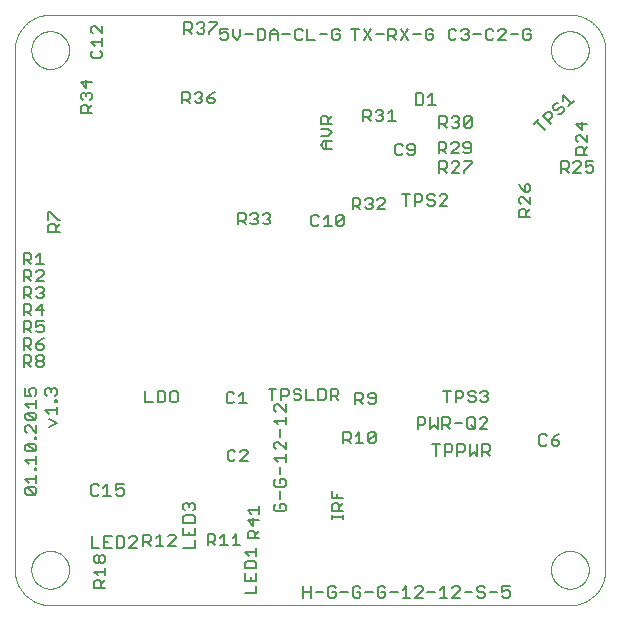
<source format=gto>
G75*
%MOIN*%
%OFA0B0*%
%FSLAX25Y25*%
%IPPOS*%
%LPD*%
%AMOC8*
5,1,8,0,0,1.08239X$1,22.5*
%
%ADD10C,0.00000*%
%ADD11C,0.00700*%
D10*
X0012796Y0013611D02*
X0012796Y0186839D01*
X0018308Y0186839D02*
X0018310Y0186997D01*
X0018316Y0187155D01*
X0018326Y0187313D01*
X0018340Y0187471D01*
X0018358Y0187628D01*
X0018379Y0187785D01*
X0018405Y0187941D01*
X0018435Y0188097D01*
X0018468Y0188252D01*
X0018506Y0188405D01*
X0018547Y0188558D01*
X0018592Y0188710D01*
X0018641Y0188861D01*
X0018694Y0189010D01*
X0018750Y0189158D01*
X0018810Y0189304D01*
X0018874Y0189449D01*
X0018942Y0189592D01*
X0019013Y0189734D01*
X0019087Y0189874D01*
X0019165Y0190011D01*
X0019247Y0190147D01*
X0019331Y0190281D01*
X0019420Y0190412D01*
X0019511Y0190541D01*
X0019606Y0190668D01*
X0019703Y0190793D01*
X0019804Y0190915D01*
X0019908Y0191034D01*
X0020015Y0191151D01*
X0020125Y0191265D01*
X0020238Y0191376D01*
X0020353Y0191485D01*
X0020471Y0191590D01*
X0020592Y0191692D01*
X0020715Y0191792D01*
X0020841Y0191888D01*
X0020969Y0191981D01*
X0021099Y0192071D01*
X0021232Y0192157D01*
X0021367Y0192241D01*
X0021503Y0192320D01*
X0021642Y0192397D01*
X0021783Y0192469D01*
X0021925Y0192539D01*
X0022069Y0192604D01*
X0022215Y0192666D01*
X0022362Y0192724D01*
X0022511Y0192779D01*
X0022661Y0192830D01*
X0022812Y0192877D01*
X0022964Y0192920D01*
X0023117Y0192959D01*
X0023272Y0192995D01*
X0023427Y0193026D01*
X0023583Y0193054D01*
X0023739Y0193078D01*
X0023896Y0193098D01*
X0024054Y0193114D01*
X0024211Y0193126D01*
X0024370Y0193134D01*
X0024528Y0193138D01*
X0024686Y0193138D01*
X0024844Y0193134D01*
X0025003Y0193126D01*
X0025160Y0193114D01*
X0025318Y0193098D01*
X0025475Y0193078D01*
X0025631Y0193054D01*
X0025787Y0193026D01*
X0025942Y0192995D01*
X0026097Y0192959D01*
X0026250Y0192920D01*
X0026402Y0192877D01*
X0026553Y0192830D01*
X0026703Y0192779D01*
X0026852Y0192724D01*
X0026999Y0192666D01*
X0027145Y0192604D01*
X0027289Y0192539D01*
X0027431Y0192469D01*
X0027572Y0192397D01*
X0027711Y0192320D01*
X0027847Y0192241D01*
X0027982Y0192157D01*
X0028115Y0192071D01*
X0028245Y0191981D01*
X0028373Y0191888D01*
X0028499Y0191792D01*
X0028622Y0191692D01*
X0028743Y0191590D01*
X0028861Y0191485D01*
X0028976Y0191376D01*
X0029089Y0191265D01*
X0029199Y0191151D01*
X0029306Y0191034D01*
X0029410Y0190915D01*
X0029511Y0190793D01*
X0029608Y0190668D01*
X0029703Y0190541D01*
X0029794Y0190412D01*
X0029883Y0190281D01*
X0029967Y0190147D01*
X0030049Y0190011D01*
X0030127Y0189874D01*
X0030201Y0189734D01*
X0030272Y0189592D01*
X0030340Y0189449D01*
X0030404Y0189304D01*
X0030464Y0189158D01*
X0030520Y0189010D01*
X0030573Y0188861D01*
X0030622Y0188710D01*
X0030667Y0188558D01*
X0030708Y0188405D01*
X0030746Y0188252D01*
X0030779Y0188097D01*
X0030809Y0187941D01*
X0030835Y0187785D01*
X0030856Y0187628D01*
X0030874Y0187471D01*
X0030888Y0187313D01*
X0030898Y0187155D01*
X0030904Y0186997D01*
X0030906Y0186839D01*
X0030904Y0186681D01*
X0030898Y0186523D01*
X0030888Y0186365D01*
X0030874Y0186207D01*
X0030856Y0186050D01*
X0030835Y0185893D01*
X0030809Y0185737D01*
X0030779Y0185581D01*
X0030746Y0185426D01*
X0030708Y0185273D01*
X0030667Y0185120D01*
X0030622Y0184968D01*
X0030573Y0184817D01*
X0030520Y0184668D01*
X0030464Y0184520D01*
X0030404Y0184374D01*
X0030340Y0184229D01*
X0030272Y0184086D01*
X0030201Y0183944D01*
X0030127Y0183804D01*
X0030049Y0183667D01*
X0029967Y0183531D01*
X0029883Y0183397D01*
X0029794Y0183266D01*
X0029703Y0183137D01*
X0029608Y0183010D01*
X0029511Y0182885D01*
X0029410Y0182763D01*
X0029306Y0182644D01*
X0029199Y0182527D01*
X0029089Y0182413D01*
X0028976Y0182302D01*
X0028861Y0182193D01*
X0028743Y0182088D01*
X0028622Y0181986D01*
X0028499Y0181886D01*
X0028373Y0181790D01*
X0028245Y0181697D01*
X0028115Y0181607D01*
X0027982Y0181521D01*
X0027847Y0181437D01*
X0027711Y0181358D01*
X0027572Y0181281D01*
X0027431Y0181209D01*
X0027289Y0181139D01*
X0027145Y0181074D01*
X0026999Y0181012D01*
X0026852Y0180954D01*
X0026703Y0180899D01*
X0026553Y0180848D01*
X0026402Y0180801D01*
X0026250Y0180758D01*
X0026097Y0180719D01*
X0025942Y0180683D01*
X0025787Y0180652D01*
X0025631Y0180624D01*
X0025475Y0180600D01*
X0025318Y0180580D01*
X0025160Y0180564D01*
X0025003Y0180552D01*
X0024844Y0180544D01*
X0024686Y0180540D01*
X0024528Y0180540D01*
X0024370Y0180544D01*
X0024211Y0180552D01*
X0024054Y0180564D01*
X0023896Y0180580D01*
X0023739Y0180600D01*
X0023583Y0180624D01*
X0023427Y0180652D01*
X0023272Y0180683D01*
X0023117Y0180719D01*
X0022964Y0180758D01*
X0022812Y0180801D01*
X0022661Y0180848D01*
X0022511Y0180899D01*
X0022362Y0180954D01*
X0022215Y0181012D01*
X0022069Y0181074D01*
X0021925Y0181139D01*
X0021783Y0181209D01*
X0021642Y0181281D01*
X0021503Y0181358D01*
X0021367Y0181437D01*
X0021232Y0181521D01*
X0021099Y0181607D01*
X0020969Y0181697D01*
X0020841Y0181790D01*
X0020715Y0181886D01*
X0020592Y0181986D01*
X0020471Y0182088D01*
X0020353Y0182193D01*
X0020238Y0182302D01*
X0020125Y0182413D01*
X0020015Y0182527D01*
X0019908Y0182644D01*
X0019804Y0182763D01*
X0019703Y0182885D01*
X0019606Y0183010D01*
X0019511Y0183137D01*
X0019420Y0183266D01*
X0019331Y0183397D01*
X0019247Y0183531D01*
X0019165Y0183667D01*
X0019087Y0183804D01*
X0019013Y0183944D01*
X0018942Y0184086D01*
X0018874Y0184229D01*
X0018810Y0184374D01*
X0018750Y0184520D01*
X0018694Y0184668D01*
X0018641Y0184817D01*
X0018592Y0184968D01*
X0018547Y0185120D01*
X0018506Y0185273D01*
X0018468Y0185426D01*
X0018435Y0185581D01*
X0018405Y0185737D01*
X0018379Y0185893D01*
X0018358Y0186050D01*
X0018340Y0186207D01*
X0018326Y0186365D01*
X0018316Y0186523D01*
X0018310Y0186681D01*
X0018308Y0186839D01*
X0012796Y0186839D02*
X0012799Y0187124D01*
X0012810Y0187410D01*
X0012827Y0187695D01*
X0012851Y0187979D01*
X0012882Y0188263D01*
X0012920Y0188546D01*
X0012965Y0188827D01*
X0013016Y0189108D01*
X0013074Y0189388D01*
X0013139Y0189666D01*
X0013211Y0189942D01*
X0013289Y0190216D01*
X0013374Y0190489D01*
X0013466Y0190759D01*
X0013564Y0191027D01*
X0013668Y0191293D01*
X0013779Y0191556D01*
X0013896Y0191816D01*
X0014019Y0192074D01*
X0014149Y0192328D01*
X0014285Y0192579D01*
X0014426Y0192827D01*
X0014574Y0193071D01*
X0014727Y0193312D01*
X0014887Y0193548D01*
X0015052Y0193781D01*
X0015222Y0194010D01*
X0015398Y0194235D01*
X0015580Y0194455D01*
X0015766Y0194671D01*
X0015958Y0194882D01*
X0016155Y0195089D01*
X0016357Y0195291D01*
X0016564Y0195488D01*
X0016775Y0195680D01*
X0016991Y0195866D01*
X0017211Y0196048D01*
X0017436Y0196224D01*
X0017665Y0196394D01*
X0017898Y0196559D01*
X0018134Y0196719D01*
X0018375Y0196872D01*
X0018619Y0197020D01*
X0018867Y0197161D01*
X0019118Y0197297D01*
X0019372Y0197427D01*
X0019630Y0197550D01*
X0019890Y0197667D01*
X0020153Y0197778D01*
X0020419Y0197882D01*
X0020687Y0197980D01*
X0020957Y0198072D01*
X0021230Y0198157D01*
X0021504Y0198235D01*
X0021780Y0198307D01*
X0022058Y0198372D01*
X0022338Y0198430D01*
X0022619Y0198481D01*
X0022900Y0198526D01*
X0023183Y0198564D01*
X0023467Y0198595D01*
X0023751Y0198619D01*
X0024036Y0198636D01*
X0024322Y0198647D01*
X0024607Y0198650D01*
X0197835Y0198650D01*
X0191536Y0186839D02*
X0191538Y0186997D01*
X0191544Y0187155D01*
X0191554Y0187313D01*
X0191568Y0187471D01*
X0191586Y0187628D01*
X0191607Y0187785D01*
X0191633Y0187941D01*
X0191663Y0188097D01*
X0191696Y0188252D01*
X0191734Y0188405D01*
X0191775Y0188558D01*
X0191820Y0188710D01*
X0191869Y0188861D01*
X0191922Y0189010D01*
X0191978Y0189158D01*
X0192038Y0189304D01*
X0192102Y0189449D01*
X0192170Y0189592D01*
X0192241Y0189734D01*
X0192315Y0189874D01*
X0192393Y0190011D01*
X0192475Y0190147D01*
X0192559Y0190281D01*
X0192648Y0190412D01*
X0192739Y0190541D01*
X0192834Y0190668D01*
X0192931Y0190793D01*
X0193032Y0190915D01*
X0193136Y0191034D01*
X0193243Y0191151D01*
X0193353Y0191265D01*
X0193466Y0191376D01*
X0193581Y0191485D01*
X0193699Y0191590D01*
X0193820Y0191692D01*
X0193943Y0191792D01*
X0194069Y0191888D01*
X0194197Y0191981D01*
X0194327Y0192071D01*
X0194460Y0192157D01*
X0194595Y0192241D01*
X0194731Y0192320D01*
X0194870Y0192397D01*
X0195011Y0192469D01*
X0195153Y0192539D01*
X0195297Y0192604D01*
X0195443Y0192666D01*
X0195590Y0192724D01*
X0195739Y0192779D01*
X0195889Y0192830D01*
X0196040Y0192877D01*
X0196192Y0192920D01*
X0196345Y0192959D01*
X0196500Y0192995D01*
X0196655Y0193026D01*
X0196811Y0193054D01*
X0196967Y0193078D01*
X0197124Y0193098D01*
X0197282Y0193114D01*
X0197439Y0193126D01*
X0197598Y0193134D01*
X0197756Y0193138D01*
X0197914Y0193138D01*
X0198072Y0193134D01*
X0198231Y0193126D01*
X0198388Y0193114D01*
X0198546Y0193098D01*
X0198703Y0193078D01*
X0198859Y0193054D01*
X0199015Y0193026D01*
X0199170Y0192995D01*
X0199325Y0192959D01*
X0199478Y0192920D01*
X0199630Y0192877D01*
X0199781Y0192830D01*
X0199931Y0192779D01*
X0200080Y0192724D01*
X0200227Y0192666D01*
X0200373Y0192604D01*
X0200517Y0192539D01*
X0200659Y0192469D01*
X0200800Y0192397D01*
X0200939Y0192320D01*
X0201075Y0192241D01*
X0201210Y0192157D01*
X0201343Y0192071D01*
X0201473Y0191981D01*
X0201601Y0191888D01*
X0201727Y0191792D01*
X0201850Y0191692D01*
X0201971Y0191590D01*
X0202089Y0191485D01*
X0202204Y0191376D01*
X0202317Y0191265D01*
X0202427Y0191151D01*
X0202534Y0191034D01*
X0202638Y0190915D01*
X0202739Y0190793D01*
X0202836Y0190668D01*
X0202931Y0190541D01*
X0203022Y0190412D01*
X0203111Y0190281D01*
X0203195Y0190147D01*
X0203277Y0190011D01*
X0203355Y0189874D01*
X0203429Y0189734D01*
X0203500Y0189592D01*
X0203568Y0189449D01*
X0203632Y0189304D01*
X0203692Y0189158D01*
X0203748Y0189010D01*
X0203801Y0188861D01*
X0203850Y0188710D01*
X0203895Y0188558D01*
X0203936Y0188405D01*
X0203974Y0188252D01*
X0204007Y0188097D01*
X0204037Y0187941D01*
X0204063Y0187785D01*
X0204084Y0187628D01*
X0204102Y0187471D01*
X0204116Y0187313D01*
X0204126Y0187155D01*
X0204132Y0186997D01*
X0204134Y0186839D01*
X0204132Y0186681D01*
X0204126Y0186523D01*
X0204116Y0186365D01*
X0204102Y0186207D01*
X0204084Y0186050D01*
X0204063Y0185893D01*
X0204037Y0185737D01*
X0204007Y0185581D01*
X0203974Y0185426D01*
X0203936Y0185273D01*
X0203895Y0185120D01*
X0203850Y0184968D01*
X0203801Y0184817D01*
X0203748Y0184668D01*
X0203692Y0184520D01*
X0203632Y0184374D01*
X0203568Y0184229D01*
X0203500Y0184086D01*
X0203429Y0183944D01*
X0203355Y0183804D01*
X0203277Y0183667D01*
X0203195Y0183531D01*
X0203111Y0183397D01*
X0203022Y0183266D01*
X0202931Y0183137D01*
X0202836Y0183010D01*
X0202739Y0182885D01*
X0202638Y0182763D01*
X0202534Y0182644D01*
X0202427Y0182527D01*
X0202317Y0182413D01*
X0202204Y0182302D01*
X0202089Y0182193D01*
X0201971Y0182088D01*
X0201850Y0181986D01*
X0201727Y0181886D01*
X0201601Y0181790D01*
X0201473Y0181697D01*
X0201343Y0181607D01*
X0201210Y0181521D01*
X0201075Y0181437D01*
X0200939Y0181358D01*
X0200800Y0181281D01*
X0200659Y0181209D01*
X0200517Y0181139D01*
X0200373Y0181074D01*
X0200227Y0181012D01*
X0200080Y0180954D01*
X0199931Y0180899D01*
X0199781Y0180848D01*
X0199630Y0180801D01*
X0199478Y0180758D01*
X0199325Y0180719D01*
X0199170Y0180683D01*
X0199015Y0180652D01*
X0198859Y0180624D01*
X0198703Y0180600D01*
X0198546Y0180580D01*
X0198388Y0180564D01*
X0198231Y0180552D01*
X0198072Y0180544D01*
X0197914Y0180540D01*
X0197756Y0180540D01*
X0197598Y0180544D01*
X0197439Y0180552D01*
X0197282Y0180564D01*
X0197124Y0180580D01*
X0196967Y0180600D01*
X0196811Y0180624D01*
X0196655Y0180652D01*
X0196500Y0180683D01*
X0196345Y0180719D01*
X0196192Y0180758D01*
X0196040Y0180801D01*
X0195889Y0180848D01*
X0195739Y0180899D01*
X0195590Y0180954D01*
X0195443Y0181012D01*
X0195297Y0181074D01*
X0195153Y0181139D01*
X0195011Y0181209D01*
X0194870Y0181281D01*
X0194731Y0181358D01*
X0194595Y0181437D01*
X0194460Y0181521D01*
X0194327Y0181607D01*
X0194197Y0181697D01*
X0194069Y0181790D01*
X0193943Y0181886D01*
X0193820Y0181986D01*
X0193699Y0182088D01*
X0193581Y0182193D01*
X0193466Y0182302D01*
X0193353Y0182413D01*
X0193243Y0182527D01*
X0193136Y0182644D01*
X0193032Y0182763D01*
X0192931Y0182885D01*
X0192834Y0183010D01*
X0192739Y0183137D01*
X0192648Y0183266D01*
X0192559Y0183397D01*
X0192475Y0183531D01*
X0192393Y0183667D01*
X0192315Y0183804D01*
X0192241Y0183944D01*
X0192170Y0184086D01*
X0192102Y0184229D01*
X0192038Y0184374D01*
X0191978Y0184520D01*
X0191922Y0184668D01*
X0191869Y0184817D01*
X0191820Y0184968D01*
X0191775Y0185120D01*
X0191734Y0185273D01*
X0191696Y0185426D01*
X0191663Y0185581D01*
X0191633Y0185737D01*
X0191607Y0185893D01*
X0191586Y0186050D01*
X0191568Y0186207D01*
X0191554Y0186365D01*
X0191544Y0186523D01*
X0191538Y0186681D01*
X0191536Y0186839D01*
X0197835Y0198650D02*
X0198120Y0198647D01*
X0198406Y0198636D01*
X0198691Y0198619D01*
X0198975Y0198595D01*
X0199259Y0198564D01*
X0199542Y0198526D01*
X0199823Y0198481D01*
X0200104Y0198430D01*
X0200384Y0198372D01*
X0200662Y0198307D01*
X0200938Y0198235D01*
X0201212Y0198157D01*
X0201485Y0198072D01*
X0201755Y0197980D01*
X0202023Y0197882D01*
X0202289Y0197778D01*
X0202552Y0197667D01*
X0202812Y0197550D01*
X0203070Y0197427D01*
X0203324Y0197297D01*
X0203575Y0197161D01*
X0203823Y0197020D01*
X0204067Y0196872D01*
X0204308Y0196719D01*
X0204544Y0196559D01*
X0204777Y0196394D01*
X0205006Y0196224D01*
X0205231Y0196048D01*
X0205451Y0195866D01*
X0205667Y0195680D01*
X0205878Y0195488D01*
X0206085Y0195291D01*
X0206287Y0195089D01*
X0206484Y0194882D01*
X0206676Y0194671D01*
X0206862Y0194455D01*
X0207044Y0194235D01*
X0207220Y0194010D01*
X0207390Y0193781D01*
X0207555Y0193548D01*
X0207715Y0193312D01*
X0207868Y0193071D01*
X0208016Y0192827D01*
X0208157Y0192579D01*
X0208293Y0192328D01*
X0208423Y0192074D01*
X0208546Y0191816D01*
X0208663Y0191556D01*
X0208774Y0191293D01*
X0208878Y0191027D01*
X0208976Y0190759D01*
X0209068Y0190489D01*
X0209153Y0190216D01*
X0209231Y0189942D01*
X0209303Y0189666D01*
X0209368Y0189388D01*
X0209426Y0189108D01*
X0209477Y0188827D01*
X0209522Y0188546D01*
X0209560Y0188263D01*
X0209591Y0187979D01*
X0209615Y0187695D01*
X0209632Y0187410D01*
X0209643Y0187124D01*
X0209646Y0186839D01*
X0209646Y0013611D01*
X0191536Y0013611D02*
X0191538Y0013769D01*
X0191544Y0013927D01*
X0191554Y0014085D01*
X0191568Y0014243D01*
X0191586Y0014400D01*
X0191607Y0014557D01*
X0191633Y0014713D01*
X0191663Y0014869D01*
X0191696Y0015024D01*
X0191734Y0015177D01*
X0191775Y0015330D01*
X0191820Y0015482D01*
X0191869Y0015633D01*
X0191922Y0015782D01*
X0191978Y0015930D01*
X0192038Y0016076D01*
X0192102Y0016221D01*
X0192170Y0016364D01*
X0192241Y0016506D01*
X0192315Y0016646D01*
X0192393Y0016783D01*
X0192475Y0016919D01*
X0192559Y0017053D01*
X0192648Y0017184D01*
X0192739Y0017313D01*
X0192834Y0017440D01*
X0192931Y0017565D01*
X0193032Y0017687D01*
X0193136Y0017806D01*
X0193243Y0017923D01*
X0193353Y0018037D01*
X0193466Y0018148D01*
X0193581Y0018257D01*
X0193699Y0018362D01*
X0193820Y0018464D01*
X0193943Y0018564D01*
X0194069Y0018660D01*
X0194197Y0018753D01*
X0194327Y0018843D01*
X0194460Y0018929D01*
X0194595Y0019013D01*
X0194731Y0019092D01*
X0194870Y0019169D01*
X0195011Y0019241D01*
X0195153Y0019311D01*
X0195297Y0019376D01*
X0195443Y0019438D01*
X0195590Y0019496D01*
X0195739Y0019551D01*
X0195889Y0019602D01*
X0196040Y0019649D01*
X0196192Y0019692D01*
X0196345Y0019731D01*
X0196500Y0019767D01*
X0196655Y0019798D01*
X0196811Y0019826D01*
X0196967Y0019850D01*
X0197124Y0019870D01*
X0197282Y0019886D01*
X0197439Y0019898D01*
X0197598Y0019906D01*
X0197756Y0019910D01*
X0197914Y0019910D01*
X0198072Y0019906D01*
X0198231Y0019898D01*
X0198388Y0019886D01*
X0198546Y0019870D01*
X0198703Y0019850D01*
X0198859Y0019826D01*
X0199015Y0019798D01*
X0199170Y0019767D01*
X0199325Y0019731D01*
X0199478Y0019692D01*
X0199630Y0019649D01*
X0199781Y0019602D01*
X0199931Y0019551D01*
X0200080Y0019496D01*
X0200227Y0019438D01*
X0200373Y0019376D01*
X0200517Y0019311D01*
X0200659Y0019241D01*
X0200800Y0019169D01*
X0200939Y0019092D01*
X0201075Y0019013D01*
X0201210Y0018929D01*
X0201343Y0018843D01*
X0201473Y0018753D01*
X0201601Y0018660D01*
X0201727Y0018564D01*
X0201850Y0018464D01*
X0201971Y0018362D01*
X0202089Y0018257D01*
X0202204Y0018148D01*
X0202317Y0018037D01*
X0202427Y0017923D01*
X0202534Y0017806D01*
X0202638Y0017687D01*
X0202739Y0017565D01*
X0202836Y0017440D01*
X0202931Y0017313D01*
X0203022Y0017184D01*
X0203111Y0017053D01*
X0203195Y0016919D01*
X0203277Y0016783D01*
X0203355Y0016646D01*
X0203429Y0016506D01*
X0203500Y0016364D01*
X0203568Y0016221D01*
X0203632Y0016076D01*
X0203692Y0015930D01*
X0203748Y0015782D01*
X0203801Y0015633D01*
X0203850Y0015482D01*
X0203895Y0015330D01*
X0203936Y0015177D01*
X0203974Y0015024D01*
X0204007Y0014869D01*
X0204037Y0014713D01*
X0204063Y0014557D01*
X0204084Y0014400D01*
X0204102Y0014243D01*
X0204116Y0014085D01*
X0204126Y0013927D01*
X0204132Y0013769D01*
X0204134Y0013611D01*
X0204132Y0013453D01*
X0204126Y0013295D01*
X0204116Y0013137D01*
X0204102Y0012979D01*
X0204084Y0012822D01*
X0204063Y0012665D01*
X0204037Y0012509D01*
X0204007Y0012353D01*
X0203974Y0012198D01*
X0203936Y0012045D01*
X0203895Y0011892D01*
X0203850Y0011740D01*
X0203801Y0011589D01*
X0203748Y0011440D01*
X0203692Y0011292D01*
X0203632Y0011146D01*
X0203568Y0011001D01*
X0203500Y0010858D01*
X0203429Y0010716D01*
X0203355Y0010576D01*
X0203277Y0010439D01*
X0203195Y0010303D01*
X0203111Y0010169D01*
X0203022Y0010038D01*
X0202931Y0009909D01*
X0202836Y0009782D01*
X0202739Y0009657D01*
X0202638Y0009535D01*
X0202534Y0009416D01*
X0202427Y0009299D01*
X0202317Y0009185D01*
X0202204Y0009074D01*
X0202089Y0008965D01*
X0201971Y0008860D01*
X0201850Y0008758D01*
X0201727Y0008658D01*
X0201601Y0008562D01*
X0201473Y0008469D01*
X0201343Y0008379D01*
X0201210Y0008293D01*
X0201075Y0008209D01*
X0200939Y0008130D01*
X0200800Y0008053D01*
X0200659Y0007981D01*
X0200517Y0007911D01*
X0200373Y0007846D01*
X0200227Y0007784D01*
X0200080Y0007726D01*
X0199931Y0007671D01*
X0199781Y0007620D01*
X0199630Y0007573D01*
X0199478Y0007530D01*
X0199325Y0007491D01*
X0199170Y0007455D01*
X0199015Y0007424D01*
X0198859Y0007396D01*
X0198703Y0007372D01*
X0198546Y0007352D01*
X0198388Y0007336D01*
X0198231Y0007324D01*
X0198072Y0007316D01*
X0197914Y0007312D01*
X0197756Y0007312D01*
X0197598Y0007316D01*
X0197439Y0007324D01*
X0197282Y0007336D01*
X0197124Y0007352D01*
X0196967Y0007372D01*
X0196811Y0007396D01*
X0196655Y0007424D01*
X0196500Y0007455D01*
X0196345Y0007491D01*
X0196192Y0007530D01*
X0196040Y0007573D01*
X0195889Y0007620D01*
X0195739Y0007671D01*
X0195590Y0007726D01*
X0195443Y0007784D01*
X0195297Y0007846D01*
X0195153Y0007911D01*
X0195011Y0007981D01*
X0194870Y0008053D01*
X0194731Y0008130D01*
X0194595Y0008209D01*
X0194460Y0008293D01*
X0194327Y0008379D01*
X0194197Y0008469D01*
X0194069Y0008562D01*
X0193943Y0008658D01*
X0193820Y0008758D01*
X0193699Y0008860D01*
X0193581Y0008965D01*
X0193466Y0009074D01*
X0193353Y0009185D01*
X0193243Y0009299D01*
X0193136Y0009416D01*
X0193032Y0009535D01*
X0192931Y0009657D01*
X0192834Y0009782D01*
X0192739Y0009909D01*
X0192648Y0010038D01*
X0192559Y0010169D01*
X0192475Y0010303D01*
X0192393Y0010439D01*
X0192315Y0010576D01*
X0192241Y0010716D01*
X0192170Y0010858D01*
X0192102Y0011001D01*
X0192038Y0011146D01*
X0191978Y0011292D01*
X0191922Y0011440D01*
X0191869Y0011589D01*
X0191820Y0011740D01*
X0191775Y0011892D01*
X0191734Y0012045D01*
X0191696Y0012198D01*
X0191663Y0012353D01*
X0191633Y0012509D01*
X0191607Y0012665D01*
X0191586Y0012822D01*
X0191568Y0012979D01*
X0191554Y0013137D01*
X0191544Y0013295D01*
X0191538Y0013453D01*
X0191536Y0013611D01*
X0197835Y0001800D02*
X0198120Y0001803D01*
X0198406Y0001814D01*
X0198691Y0001831D01*
X0198975Y0001855D01*
X0199259Y0001886D01*
X0199542Y0001924D01*
X0199823Y0001969D01*
X0200104Y0002020D01*
X0200384Y0002078D01*
X0200662Y0002143D01*
X0200938Y0002215D01*
X0201212Y0002293D01*
X0201485Y0002378D01*
X0201755Y0002470D01*
X0202023Y0002568D01*
X0202289Y0002672D01*
X0202552Y0002783D01*
X0202812Y0002900D01*
X0203070Y0003023D01*
X0203324Y0003153D01*
X0203575Y0003289D01*
X0203823Y0003430D01*
X0204067Y0003578D01*
X0204308Y0003731D01*
X0204544Y0003891D01*
X0204777Y0004056D01*
X0205006Y0004226D01*
X0205231Y0004402D01*
X0205451Y0004584D01*
X0205667Y0004770D01*
X0205878Y0004962D01*
X0206085Y0005159D01*
X0206287Y0005361D01*
X0206484Y0005568D01*
X0206676Y0005779D01*
X0206862Y0005995D01*
X0207044Y0006215D01*
X0207220Y0006440D01*
X0207390Y0006669D01*
X0207555Y0006902D01*
X0207715Y0007138D01*
X0207868Y0007379D01*
X0208016Y0007623D01*
X0208157Y0007871D01*
X0208293Y0008122D01*
X0208423Y0008376D01*
X0208546Y0008634D01*
X0208663Y0008894D01*
X0208774Y0009157D01*
X0208878Y0009423D01*
X0208976Y0009691D01*
X0209068Y0009961D01*
X0209153Y0010234D01*
X0209231Y0010508D01*
X0209303Y0010784D01*
X0209368Y0011062D01*
X0209426Y0011342D01*
X0209477Y0011623D01*
X0209522Y0011904D01*
X0209560Y0012187D01*
X0209591Y0012471D01*
X0209615Y0012755D01*
X0209632Y0013040D01*
X0209643Y0013326D01*
X0209646Y0013611D01*
X0197835Y0001800D02*
X0024607Y0001800D01*
X0018308Y0013611D02*
X0018310Y0013769D01*
X0018316Y0013927D01*
X0018326Y0014085D01*
X0018340Y0014243D01*
X0018358Y0014400D01*
X0018379Y0014557D01*
X0018405Y0014713D01*
X0018435Y0014869D01*
X0018468Y0015024D01*
X0018506Y0015177D01*
X0018547Y0015330D01*
X0018592Y0015482D01*
X0018641Y0015633D01*
X0018694Y0015782D01*
X0018750Y0015930D01*
X0018810Y0016076D01*
X0018874Y0016221D01*
X0018942Y0016364D01*
X0019013Y0016506D01*
X0019087Y0016646D01*
X0019165Y0016783D01*
X0019247Y0016919D01*
X0019331Y0017053D01*
X0019420Y0017184D01*
X0019511Y0017313D01*
X0019606Y0017440D01*
X0019703Y0017565D01*
X0019804Y0017687D01*
X0019908Y0017806D01*
X0020015Y0017923D01*
X0020125Y0018037D01*
X0020238Y0018148D01*
X0020353Y0018257D01*
X0020471Y0018362D01*
X0020592Y0018464D01*
X0020715Y0018564D01*
X0020841Y0018660D01*
X0020969Y0018753D01*
X0021099Y0018843D01*
X0021232Y0018929D01*
X0021367Y0019013D01*
X0021503Y0019092D01*
X0021642Y0019169D01*
X0021783Y0019241D01*
X0021925Y0019311D01*
X0022069Y0019376D01*
X0022215Y0019438D01*
X0022362Y0019496D01*
X0022511Y0019551D01*
X0022661Y0019602D01*
X0022812Y0019649D01*
X0022964Y0019692D01*
X0023117Y0019731D01*
X0023272Y0019767D01*
X0023427Y0019798D01*
X0023583Y0019826D01*
X0023739Y0019850D01*
X0023896Y0019870D01*
X0024054Y0019886D01*
X0024211Y0019898D01*
X0024370Y0019906D01*
X0024528Y0019910D01*
X0024686Y0019910D01*
X0024844Y0019906D01*
X0025003Y0019898D01*
X0025160Y0019886D01*
X0025318Y0019870D01*
X0025475Y0019850D01*
X0025631Y0019826D01*
X0025787Y0019798D01*
X0025942Y0019767D01*
X0026097Y0019731D01*
X0026250Y0019692D01*
X0026402Y0019649D01*
X0026553Y0019602D01*
X0026703Y0019551D01*
X0026852Y0019496D01*
X0026999Y0019438D01*
X0027145Y0019376D01*
X0027289Y0019311D01*
X0027431Y0019241D01*
X0027572Y0019169D01*
X0027711Y0019092D01*
X0027847Y0019013D01*
X0027982Y0018929D01*
X0028115Y0018843D01*
X0028245Y0018753D01*
X0028373Y0018660D01*
X0028499Y0018564D01*
X0028622Y0018464D01*
X0028743Y0018362D01*
X0028861Y0018257D01*
X0028976Y0018148D01*
X0029089Y0018037D01*
X0029199Y0017923D01*
X0029306Y0017806D01*
X0029410Y0017687D01*
X0029511Y0017565D01*
X0029608Y0017440D01*
X0029703Y0017313D01*
X0029794Y0017184D01*
X0029883Y0017053D01*
X0029967Y0016919D01*
X0030049Y0016783D01*
X0030127Y0016646D01*
X0030201Y0016506D01*
X0030272Y0016364D01*
X0030340Y0016221D01*
X0030404Y0016076D01*
X0030464Y0015930D01*
X0030520Y0015782D01*
X0030573Y0015633D01*
X0030622Y0015482D01*
X0030667Y0015330D01*
X0030708Y0015177D01*
X0030746Y0015024D01*
X0030779Y0014869D01*
X0030809Y0014713D01*
X0030835Y0014557D01*
X0030856Y0014400D01*
X0030874Y0014243D01*
X0030888Y0014085D01*
X0030898Y0013927D01*
X0030904Y0013769D01*
X0030906Y0013611D01*
X0030904Y0013453D01*
X0030898Y0013295D01*
X0030888Y0013137D01*
X0030874Y0012979D01*
X0030856Y0012822D01*
X0030835Y0012665D01*
X0030809Y0012509D01*
X0030779Y0012353D01*
X0030746Y0012198D01*
X0030708Y0012045D01*
X0030667Y0011892D01*
X0030622Y0011740D01*
X0030573Y0011589D01*
X0030520Y0011440D01*
X0030464Y0011292D01*
X0030404Y0011146D01*
X0030340Y0011001D01*
X0030272Y0010858D01*
X0030201Y0010716D01*
X0030127Y0010576D01*
X0030049Y0010439D01*
X0029967Y0010303D01*
X0029883Y0010169D01*
X0029794Y0010038D01*
X0029703Y0009909D01*
X0029608Y0009782D01*
X0029511Y0009657D01*
X0029410Y0009535D01*
X0029306Y0009416D01*
X0029199Y0009299D01*
X0029089Y0009185D01*
X0028976Y0009074D01*
X0028861Y0008965D01*
X0028743Y0008860D01*
X0028622Y0008758D01*
X0028499Y0008658D01*
X0028373Y0008562D01*
X0028245Y0008469D01*
X0028115Y0008379D01*
X0027982Y0008293D01*
X0027847Y0008209D01*
X0027711Y0008130D01*
X0027572Y0008053D01*
X0027431Y0007981D01*
X0027289Y0007911D01*
X0027145Y0007846D01*
X0026999Y0007784D01*
X0026852Y0007726D01*
X0026703Y0007671D01*
X0026553Y0007620D01*
X0026402Y0007573D01*
X0026250Y0007530D01*
X0026097Y0007491D01*
X0025942Y0007455D01*
X0025787Y0007424D01*
X0025631Y0007396D01*
X0025475Y0007372D01*
X0025318Y0007352D01*
X0025160Y0007336D01*
X0025003Y0007324D01*
X0024844Y0007316D01*
X0024686Y0007312D01*
X0024528Y0007312D01*
X0024370Y0007316D01*
X0024211Y0007324D01*
X0024054Y0007336D01*
X0023896Y0007352D01*
X0023739Y0007372D01*
X0023583Y0007396D01*
X0023427Y0007424D01*
X0023272Y0007455D01*
X0023117Y0007491D01*
X0022964Y0007530D01*
X0022812Y0007573D01*
X0022661Y0007620D01*
X0022511Y0007671D01*
X0022362Y0007726D01*
X0022215Y0007784D01*
X0022069Y0007846D01*
X0021925Y0007911D01*
X0021783Y0007981D01*
X0021642Y0008053D01*
X0021503Y0008130D01*
X0021367Y0008209D01*
X0021232Y0008293D01*
X0021099Y0008379D01*
X0020969Y0008469D01*
X0020841Y0008562D01*
X0020715Y0008658D01*
X0020592Y0008758D01*
X0020471Y0008860D01*
X0020353Y0008965D01*
X0020238Y0009074D01*
X0020125Y0009185D01*
X0020015Y0009299D01*
X0019908Y0009416D01*
X0019804Y0009535D01*
X0019703Y0009657D01*
X0019606Y0009782D01*
X0019511Y0009909D01*
X0019420Y0010038D01*
X0019331Y0010169D01*
X0019247Y0010303D01*
X0019165Y0010439D01*
X0019087Y0010576D01*
X0019013Y0010716D01*
X0018942Y0010858D01*
X0018874Y0011001D01*
X0018810Y0011146D01*
X0018750Y0011292D01*
X0018694Y0011440D01*
X0018641Y0011589D01*
X0018592Y0011740D01*
X0018547Y0011892D01*
X0018506Y0012045D01*
X0018468Y0012198D01*
X0018435Y0012353D01*
X0018405Y0012509D01*
X0018379Y0012665D01*
X0018358Y0012822D01*
X0018340Y0012979D01*
X0018326Y0013137D01*
X0018316Y0013295D01*
X0018310Y0013453D01*
X0018308Y0013611D01*
X0012796Y0013611D02*
X0012799Y0013326D01*
X0012810Y0013040D01*
X0012827Y0012755D01*
X0012851Y0012471D01*
X0012882Y0012187D01*
X0012920Y0011904D01*
X0012965Y0011623D01*
X0013016Y0011342D01*
X0013074Y0011062D01*
X0013139Y0010784D01*
X0013211Y0010508D01*
X0013289Y0010234D01*
X0013374Y0009961D01*
X0013466Y0009691D01*
X0013564Y0009423D01*
X0013668Y0009157D01*
X0013779Y0008894D01*
X0013896Y0008634D01*
X0014019Y0008376D01*
X0014149Y0008122D01*
X0014285Y0007871D01*
X0014426Y0007623D01*
X0014574Y0007379D01*
X0014727Y0007138D01*
X0014887Y0006902D01*
X0015052Y0006669D01*
X0015222Y0006440D01*
X0015398Y0006215D01*
X0015580Y0005995D01*
X0015766Y0005779D01*
X0015958Y0005568D01*
X0016155Y0005361D01*
X0016357Y0005159D01*
X0016564Y0004962D01*
X0016775Y0004770D01*
X0016991Y0004584D01*
X0017211Y0004402D01*
X0017436Y0004226D01*
X0017665Y0004056D01*
X0017898Y0003891D01*
X0018134Y0003731D01*
X0018375Y0003578D01*
X0018619Y0003430D01*
X0018867Y0003289D01*
X0019118Y0003153D01*
X0019372Y0003023D01*
X0019630Y0002900D01*
X0019890Y0002783D01*
X0020153Y0002672D01*
X0020419Y0002568D01*
X0020687Y0002470D01*
X0020957Y0002378D01*
X0021230Y0002293D01*
X0021504Y0002215D01*
X0021780Y0002143D01*
X0022058Y0002078D01*
X0022338Y0002020D01*
X0022619Y0001969D01*
X0022900Y0001924D01*
X0023183Y0001886D01*
X0023467Y0001855D01*
X0023751Y0001831D01*
X0024036Y0001814D01*
X0024322Y0001803D01*
X0024607Y0001800D01*
D11*
X0039130Y0007612D02*
X0039130Y0009514D01*
X0039764Y0010148D01*
X0041032Y0010148D01*
X0041666Y0009514D01*
X0041666Y0007612D01*
X0042933Y0007612D02*
X0039130Y0007612D01*
X0041666Y0008880D02*
X0042933Y0010148D01*
X0042933Y0011756D02*
X0042933Y0014292D01*
X0042933Y0013024D02*
X0039130Y0013024D01*
X0040398Y0011756D01*
X0040398Y0015900D02*
X0039764Y0015900D01*
X0039130Y0016533D01*
X0039130Y0017801D01*
X0039764Y0018435D01*
X0040398Y0018435D01*
X0041032Y0017801D01*
X0041032Y0016533D01*
X0040398Y0015900D01*
X0041032Y0016533D02*
X0041666Y0015900D01*
X0042299Y0015900D01*
X0042933Y0016533D01*
X0042933Y0017801D01*
X0042299Y0018435D01*
X0041666Y0018435D01*
X0041032Y0017801D01*
X0040995Y0020925D02*
X0038459Y0020925D01*
X0038459Y0024728D01*
X0042603Y0024728D02*
X0042603Y0020925D01*
X0045138Y0020925D01*
X0046746Y0020925D02*
X0048648Y0020925D01*
X0049282Y0021559D01*
X0049282Y0024094D01*
X0048648Y0024728D01*
X0046746Y0024728D01*
X0046746Y0020925D01*
X0043870Y0022827D02*
X0042603Y0022827D01*
X0042603Y0024728D02*
X0045138Y0024728D01*
X0050890Y0024094D02*
X0051524Y0024728D01*
X0052791Y0024728D01*
X0053425Y0024094D01*
X0053425Y0023460D01*
X0050890Y0020925D01*
X0053425Y0020925D01*
X0055658Y0021550D02*
X0055658Y0025353D01*
X0057560Y0025353D01*
X0058194Y0024719D01*
X0058194Y0023452D01*
X0057560Y0022818D01*
X0055658Y0022818D01*
X0056926Y0022818D02*
X0058194Y0021550D01*
X0059802Y0021550D02*
X0062337Y0021550D01*
X0061070Y0021550D02*
X0061070Y0025353D01*
X0059802Y0024085D01*
X0063945Y0024719D02*
X0064579Y0025353D01*
X0065847Y0025353D01*
X0066481Y0024719D01*
X0066481Y0024085D01*
X0063945Y0021550D01*
X0066481Y0021550D01*
X0069005Y0020963D02*
X0072808Y0020963D01*
X0072808Y0023499D01*
X0072808Y0025107D02*
X0072808Y0027642D01*
X0072808Y0029250D02*
X0072808Y0031152D01*
X0072174Y0031786D01*
X0069639Y0031786D01*
X0069005Y0031152D01*
X0069005Y0029250D01*
X0072808Y0029250D01*
X0070907Y0026375D02*
X0070907Y0025107D01*
X0072808Y0025107D02*
X0069005Y0025107D01*
X0069005Y0027642D01*
X0069639Y0033394D02*
X0069005Y0034028D01*
X0069005Y0035296D01*
X0069639Y0035929D01*
X0070273Y0035929D01*
X0070907Y0035296D01*
X0071541Y0035929D01*
X0072174Y0035929D01*
X0072808Y0035296D01*
X0072808Y0034028D01*
X0072174Y0033394D01*
X0070907Y0034662D02*
X0070907Y0035296D01*
X0077108Y0025516D02*
X0079010Y0025516D01*
X0079644Y0024882D01*
X0079644Y0023614D01*
X0079010Y0022980D01*
X0077108Y0022980D01*
X0077108Y0021712D02*
X0077108Y0025516D01*
X0078376Y0022980D02*
X0079644Y0021712D01*
X0081252Y0021712D02*
X0083787Y0021712D01*
X0082520Y0021712D02*
X0082520Y0025516D01*
X0081252Y0024248D01*
X0085395Y0024248D02*
X0086663Y0025516D01*
X0086663Y0021712D01*
X0085395Y0021712D02*
X0087931Y0021712D01*
X0089493Y0019473D02*
X0093296Y0019473D01*
X0093296Y0018206D02*
X0093296Y0020741D01*
X0092928Y0024069D02*
X0092928Y0025971D01*
X0092294Y0026605D01*
X0091026Y0026605D01*
X0090393Y0025971D01*
X0090393Y0024069D01*
X0094196Y0024069D01*
X0092928Y0025337D02*
X0094196Y0026605D01*
X0092294Y0028213D02*
X0092294Y0030748D01*
X0091660Y0032356D02*
X0090393Y0033624D01*
X0094196Y0033624D01*
X0094196Y0032356D02*
X0094196Y0034892D01*
X0099293Y0034968D02*
X0099293Y0033700D01*
X0099926Y0033067D01*
X0102462Y0033067D01*
X0103096Y0033700D01*
X0103096Y0034968D01*
X0102462Y0035602D01*
X0101194Y0035602D01*
X0101194Y0034334D01*
X0099926Y0035602D02*
X0099293Y0034968D01*
X0101194Y0037210D02*
X0101194Y0039746D01*
X0099926Y0041354D02*
X0102462Y0041354D01*
X0103096Y0041988D01*
X0103096Y0043255D01*
X0102462Y0043889D01*
X0101194Y0043889D01*
X0101194Y0042621D01*
X0099926Y0041354D02*
X0099293Y0041988D01*
X0099293Y0043255D01*
X0099926Y0043889D01*
X0101194Y0045497D02*
X0101194Y0048033D01*
X0100560Y0049641D02*
X0099293Y0050908D01*
X0103096Y0050908D01*
X0103096Y0049641D02*
X0103096Y0052176D01*
X0103096Y0053784D02*
X0100560Y0056320D01*
X0099926Y0056320D01*
X0099293Y0055686D01*
X0099293Y0054418D01*
X0099926Y0053784D01*
X0103096Y0053784D02*
X0103096Y0056320D01*
X0101194Y0057928D02*
X0101194Y0060463D01*
X0100560Y0062071D02*
X0099293Y0063339D01*
X0103096Y0063339D01*
X0103096Y0062071D02*
X0103096Y0064607D01*
X0103096Y0066215D02*
X0100560Y0068750D01*
X0099926Y0068750D01*
X0099293Y0068117D01*
X0099293Y0066849D01*
X0099926Y0066215D01*
X0103096Y0066215D02*
X0103096Y0068750D01*
X0101564Y0070175D02*
X0101564Y0073978D01*
X0103466Y0073978D01*
X0104100Y0073344D01*
X0104100Y0072077D01*
X0103466Y0071443D01*
X0101564Y0071443D01*
X0098689Y0070175D02*
X0098689Y0073978D01*
X0099956Y0073978D02*
X0097421Y0073978D01*
X0090062Y0069075D02*
X0087527Y0069075D01*
X0088795Y0069075D02*
X0088795Y0072878D01*
X0087527Y0071610D01*
X0085919Y0072244D02*
X0085285Y0072878D01*
X0084017Y0072878D01*
X0083383Y0072244D01*
X0083383Y0069709D01*
X0084017Y0069075D01*
X0085285Y0069075D01*
X0085919Y0069709D01*
X0085673Y0053666D02*
X0084405Y0053666D01*
X0083771Y0053032D01*
X0083771Y0050496D01*
X0084405Y0049862D01*
X0085673Y0049862D01*
X0086307Y0050496D01*
X0087915Y0049862D02*
X0090450Y0052398D01*
X0090450Y0053032D01*
X0089816Y0053666D01*
X0088549Y0053666D01*
X0087915Y0053032D01*
X0086307Y0053032D02*
X0085673Y0053666D01*
X0087915Y0049862D02*
X0090450Y0049862D01*
X0090393Y0030115D02*
X0092294Y0028213D01*
X0094196Y0030115D02*
X0090393Y0030115D01*
X0089493Y0019473D02*
X0090760Y0018206D01*
X0090126Y0016598D02*
X0089493Y0015964D01*
X0089493Y0014062D01*
X0093296Y0014062D01*
X0093296Y0015964D01*
X0092662Y0016598D01*
X0090126Y0016598D01*
X0089493Y0012454D02*
X0089493Y0009919D01*
X0093296Y0009919D01*
X0093296Y0012454D01*
X0091394Y0011186D02*
X0091394Y0009919D01*
X0093296Y0008310D02*
X0093296Y0005775D01*
X0089493Y0005775D01*
X0108901Y0006189D02*
X0111436Y0006189D01*
X0113044Y0006189D02*
X0115580Y0006189D01*
X0117188Y0007457D02*
X0117188Y0004921D01*
X0117822Y0004288D01*
X0119089Y0004288D01*
X0119723Y0004921D01*
X0119723Y0006189D01*
X0118456Y0006189D01*
X0119723Y0007457D02*
X0119089Y0008091D01*
X0117822Y0008091D01*
X0117188Y0007457D01*
X0121331Y0006189D02*
X0123867Y0006189D01*
X0125475Y0007457D02*
X0125475Y0004921D01*
X0126109Y0004288D01*
X0127376Y0004288D01*
X0128010Y0004921D01*
X0128010Y0006189D01*
X0126743Y0006189D01*
X0128010Y0007457D02*
X0127376Y0008091D01*
X0126109Y0008091D01*
X0125475Y0007457D01*
X0129618Y0006189D02*
X0132154Y0006189D01*
X0133762Y0004921D02*
X0134396Y0004288D01*
X0135664Y0004288D01*
X0136297Y0004921D01*
X0136297Y0006189D01*
X0135030Y0006189D01*
X0136297Y0007457D02*
X0135664Y0008091D01*
X0134396Y0008091D01*
X0133762Y0007457D01*
X0133762Y0004921D01*
X0137905Y0006189D02*
X0140441Y0006189D01*
X0142049Y0006823D02*
X0143317Y0008091D01*
X0143317Y0004288D01*
X0142049Y0004288D02*
X0144585Y0004288D01*
X0146193Y0004288D02*
X0148728Y0006823D01*
X0148728Y0007457D01*
X0148094Y0008091D01*
X0146826Y0008091D01*
X0146193Y0007457D01*
X0146193Y0004288D02*
X0148728Y0004288D01*
X0150336Y0006189D02*
X0152872Y0006189D01*
X0154480Y0006823D02*
X0155747Y0008091D01*
X0155747Y0004288D01*
X0154480Y0004288D02*
X0157015Y0004288D01*
X0158623Y0004288D02*
X0161159Y0006823D01*
X0161159Y0007457D01*
X0160525Y0008091D01*
X0159257Y0008091D01*
X0158623Y0007457D01*
X0158623Y0004288D02*
X0161159Y0004288D01*
X0162767Y0006189D02*
X0165302Y0006189D01*
X0166910Y0006823D02*
X0167544Y0006189D01*
X0168812Y0006189D01*
X0169446Y0005555D01*
X0169446Y0004921D01*
X0168812Y0004288D01*
X0167544Y0004288D01*
X0166910Y0004921D01*
X0166910Y0006823D02*
X0166910Y0007457D01*
X0167544Y0008091D01*
X0168812Y0008091D01*
X0169446Y0007457D01*
X0171054Y0006189D02*
X0173589Y0006189D01*
X0175197Y0006189D02*
X0176465Y0006823D01*
X0177099Y0006823D01*
X0177733Y0006189D01*
X0177733Y0004921D01*
X0177099Y0004288D01*
X0175831Y0004288D01*
X0175197Y0004921D01*
X0175197Y0006189D02*
X0175197Y0008091D01*
X0177733Y0008091D01*
X0171130Y0051650D02*
X0169863Y0052918D01*
X0170497Y0052918D02*
X0168595Y0052918D01*
X0168595Y0051650D02*
X0168595Y0055453D01*
X0170497Y0055453D01*
X0171130Y0054819D01*
X0171130Y0053552D01*
X0170497Y0052918D01*
X0166987Y0051650D02*
X0166987Y0055453D01*
X0164451Y0055453D02*
X0164451Y0051650D01*
X0165719Y0052918D01*
X0166987Y0051650D01*
X0162843Y0053552D02*
X0162209Y0052918D01*
X0160308Y0052918D01*
X0160308Y0051650D02*
X0160308Y0055453D01*
X0162209Y0055453D01*
X0162843Y0054819D01*
X0162843Y0053552D01*
X0158700Y0053552D02*
X0158066Y0052918D01*
X0156164Y0052918D01*
X0156164Y0051650D02*
X0156164Y0055453D01*
X0158066Y0055453D01*
X0158700Y0054819D01*
X0158700Y0053552D01*
X0154556Y0055453D02*
X0152021Y0055453D01*
X0153289Y0055453D02*
X0153289Y0051650D01*
X0153737Y0060637D02*
X0153737Y0064441D01*
X0155345Y0064441D02*
X0157247Y0064441D01*
X0157881Y0063807D01*
X0157881Y0062539D01*
X0157247Y0061905D01*
X0155345Y0061905D01*
X0155345Y0060637D02*
X0155345Y0064441D01*
X0156613Y0061905D02*
X0157881Y0060637D01*
X0159489Y0062539D02*
X0162024Y0062539D01*
X0163632Y0061271D02*
X0164266Y0060637D01*
X0165534Y0060637D01*
X0166168Y0061271D01*
X0166168Y0063807D01*
X0165534Y0064441D01*
X0164266Y0064441D01*
X0163632Y0063807D01*
X0163632Y0061271D01*
X0164900Y0061905D02*
X0166168Y0060637D01*
X0167776Y0060637D02*
X0170311Y0063173D01*
X0170311Y0063807D01*
X0169678Y0064441D01*
X0168410Y0064441D01*
X0167776Y0063807D01*
X0167776Y0060637D02*
X0170311Y0060637D01*
X0169928Y0069525D02*
X0168660Y0069525D01*
X0168026Y0070159D01*
X0166418Y0070159D02*
X0165784Y0069525D01*
X0164517Y0069525D01*
X0163883Y0070159D01*
X0164517Y0071427D02*
X0163883Y0072060D01*
X0163883Y0072694D01*
X0164517Y0073328D01*
X0165784Y0073328D01*
X0166418Y0072694D01*
X0165784Y0071427D02*
X0166418Y0070793D01*
X0166418Y0070159D01*
X0165784Y0071427D02*
X0164517Y0071427D01*
X0162275Y0071427D02*
X0162275Y0072694D01*
X0161641Y0073328D01*
X0159739Y0073328D01*
X0159739Y0069525D01*
X0159739Y0070793D02*
X0161641Y0070793D01*
X0162275Y0071427D01*
X0158131Y0073328D02*
X0155596Y0073328D01*
X0156864Y0073328D02*
X0156864Y0069525D01*
X0151202Y0064441D02*
X0151202Y0060637D01*
X0152470Y0061905D01*
X0153737Y0060637D01*
X0149594Y0062539D02*
X0149594Y0063807D01*
X0148960Y0064441D01*
X0147058Y0064441D01*
X0147058Y0060637D01*
X0147058Y0061905D02*
X0148960Y0061905D01*
X0149594Y0062539D01*
X0133099Y0058917D02*
X0133099Y0056382D01*
X0132465Y0055748D01*
X0131198Y0055748D01*
X0130564Y0056382D01*
X0133099Y0058917D01*
X0132465Y0059551D01*
X0131198Y0059551D01*
X0130564Y0058917D01*
X0130564Y0056382D01*
X0128956Y0055748D02*
X0126420Y0055748D01*
X0127688Y0055748D02*
X0127688Y0059551D01*
X0126420Y0058284D01*
X0124812Y0058917D02*
X0124178Y0059551D01*
X0122277Y0059551D01*
X0122277Y0055748D01*
X0122277Y0057016D02*
X0124178Y0057016D01*
X0124812Y0057650D01*
X0124812Y0058917D01*
X0123544Y0057016D02*
X0124812Y0055748D01*
X0126371Y0068838D02*
X0126371Y0072641D01*
X0128272Y0072641D01*
X0128906Y0072007D01*
X0128906Y0070739D01*
X0128272Y0070105D01*
X0126371Y0070105D01*
X0127639Y0070105D02*
X0128906Y0068838D01*
X0130514Y0069471D02*
X0131148Y0068838D01*
X0132416Y0068838D01*
X0133050Y0069471D01*
X0133050Y0072007D01*
X0132416Y0072641D01*
X0131148Y0072641D01*
X0130514Y0072007D01*
X0130514Y0071373D01*
X0131148Y0070739D01*
X0133050Y0070739D01*
X0120674Y0070175D02*
X0119406Y0071443D01*
X0120040Y0071443D02*
X0118138Y0071443D01*
X0118138Y0070175D02*
X0118138Y0073978D01*
X0120040Y0073978D01*
X0120674Y0073344D01*
X0120674Y0072077D01*
X0120040Y0071443D01*
X0116530Y0070809D02*
X0116530Y0073344D01*
X0115897Y0073978D01*
X0113995Y0073978D01*
X0113995Y0070175D01*
X0115897Y0070175D01*
X0116530Y0070809D01*
X0112387Y0070175D02*
X0109851Y0070175D01*
X0109851Y0073978D01*
X0108243Y0073344D02*
X0107609Y0073978D01*
X0106342Y0073978D01*
X0105708Y0073344D01*
X0105708Y0072710D01*
X0106342Y0072077D01*
X0107609Y0072077D01*
X0108243Y0071443D01*
X0108243Y0070809D01*
X0107609Y0070175D01*
X0106342Y0070175D01*
X0105708Y0070809D01*
X0118455Y0040029D02*
X0118455Y0037493D01*
X0122258Y0037493D01*
X0122258Y0035885D02*
X0120991Y0034618D01*
X0120991Y0035251D02*
X0120991Y0033350D01*
X0122258Y0033350D02*
X0118455Y0033350D01*
X0118455Y0035251D01*
X0119089Y0035885D01*
X0120357Y0035885D01*
X0120991Y0035251D01*
X0120357Y0037493D02*
X0120357Y0038761D01*
X0122258Y0031855D02*
X0122258Y0030587D01*
X0122258Y0031221D02*
X0118455Y0031221D01*
X0118455Y0030587D02*
X0118455Y0031855D01*
X0111436Y0008091D02*
X0111436Y0004288D01*
X0108901Y0004288D02*
X0108901Y0008091D01*
X0049050Y0038984D02*
X0048416Y0038350D01*
X0047149Y0038350D01*
X0046515Y0038984D01*
X0046515Y0040252D02*
X0047782Y0040885D01*
X0048416Y0040885D01*
X0049050Y0040252D01*
X0049050Y0038984D01*
X0046515Y0040252D02*
X0046515Y0042153D01*
X0049050Y0042153D01*
X0043639Y0042153D02*
X0043639Y0038350D01*
X0042371Y0038350D02*
X0044907Y0038350D01*
X0042371Y0040885D02*
X0043639Y0042153D01*
X0040763Y0041519D02*
X0040129Y0042153D01*
X0038862Y0042153D01*
X0038228Y0041519D01*
X0038228Y0038984D01*
X0038862Y0038350D01*
X0040129Y0038350D01*
X0040763Y0038984D01*
X0020033Y0039184D02*
X0019399Y0038550D01*
X0016864Y0041085D01*
X0019399Y0041085D01*
X0020033Y0040452D01*
X0020033Y0039184D01*
X0019399Y0038550D02*
X0016864Y0038550D01*
X0016230Y0039184D01*
X0016230Y0040452D01*
X0016864Y0041085D01*
X0017498Y0042694D02*
X0016230Y0043961D01*
X0020033Y0043961D01*
X0020033Y0042694D02*
X0020033Y0045229D01*
X0020033Y0046837D02*
X0020033Y0047471D01*
X0019399Y0047471D01*
X0019399Y0046837D01*
X0020033Y0046837D01*
X0020033Y0048909D02*
X0020033Y0051444D01*
X0020033Y0050177D02*
X0016230Y0050177D01*
X0017498Y0048909D01*
X0016864Y0053052D02*
X0016230Y0053686D01*
X0016230Y0054954D01*
X0016864Y0055588D01*
X0019399Y0053052D01*
X0020033Y0053686D01*
X0020033Y0054954D01*
X0019399Y0055588D01*
X0016864Y0055588D01*
X0016864Y0059268D02*
X0016230Y0059902D01*
X0016230Y0061169D01*
X0016864Y0061803D01*
X0017498Y0061803D01*
X0020033Y0059268D01*
X0020033Y0061803D01*
X0019399Y0063411D02*
X0016864Y0065947D01*
X0019399Y0065947D01*
X0020033Y0065313D01*
X0020033Y0064045D01*
X0019399Y0063411D01*
X0016864Y0063411D01*
X0016230Y0064045D01*
X0016230Y0065313D01*
X0016864Y0065947D01*
X0017498Y0067555D02*
X0016230Y0068823D01*
X0020033Y0068823D01*
X0020033Y0070090D02*
X0020033Y0067555D01*
X0022980Y0066751D02*
X0026783Y0066751D01*
X0026783Y0065483D02*
X0026783Y0068019D01*
X0026783Y0069627D02*
X0026783Y0070260D01*
X0026149Y0070260D01*
X0026149Y0069627D01*
X0026783Y0069627D01*
X0026149Y0071698D02*
X0026783Y0072332D01*
X0026783Y0073600D01*
X0026149Y0074234D01*
X0025516Y0074234D01*
X0024882Y0073600D01*
X0024882Y0072966D01*
X0024882Y0073600D02*
X0024248Y0074234D01*
X0023614Y0074234D01*
X0022980Y0073600D01*
X0022980Y0072332D01*
X0023614Y0071698D01*
X0020033Y0072332D02*
X0019399Y0071698D01*
X0020033Y0072332D02*
X0020033Y0073600D01*
X0019399Y0074234D01*
X0018132Y0074234D01*
X0017498Y0073600D01*
X0017498Y0072966D01*
X0018132Y0071698D01*
X0016230Y0071698D01*
X0016230Y0074234D01*
X0015746Y0081338D02*
X0015746Y0085141D01*
X0017648Y0085141D01*
X0018282Y0084507D01*
X0018282Y0083239D01*
X0017648Y0082605D01*
X0015746Y0082605D01*
X0017014Y0082605D02*
X0018282Y0081338D01*
X0019890Y0081971D02*
X0019890Y0082605D01*
X0020524Y0083239D01*
X0021791Y0083239D01*
X0022425Y0082605D01*
X0022425Y0081971D01*
X0021791Y0081338D01*
X0020524Y0081338D01*
X0019890Y0081971D01*
X0020524Y0083239D02*
X0019890Y0083873D01*
X0019890Y0084507D01*
X0020524Y0085141D01*
X0021791Y0085141D01*
X0022425Y0084507D01*
X0022425Y0083873D01*
X0021791Y0083239D01*
X0021791Y0087025D02*
X0020524Y0087025D01*
X0019890Y0087659D01*
X0019890Y0088927D01*
X0021791Y0088927D01*
X0022425Y0088293D01*
X0022425Y0087659D01*
X0021791Y0087025D01*
X0019890Y0088927D02*
X0021157Y0090194D01*
X0022425Y0090828D01*
X0021791Y0092712D02*
X0020524Y0092712D01*
X0019890Y0093346D01*
X0019890Y0094614D02*
X0021157Y0095248D01*
X0021791Y0095248D01*
X0022425Y0094614D01*
X0022425Y0093346D01*
X0021791Y0092712D01*
X0019890Y0094614D02*
X0019890Y0096516D01*
X0022425Y0096516D01*
X0021791Y0098400D02*
X0021791Y0102203D01*
X0019890Y0100302D01*
X0022425Y0100302D01*
X0021791Y0104087D02*
X0020524Y0104087D01*
X0019890Y0104721D01*
X0018282Y0104087D02*
X0017014Y0105355D01*
X0017648Y0105355D02*
X0015746Y0105355D01*
X0015746Y0104087D02*
X0015746Y0107891D01*
X0017648Y0107891D01*
X0018282Y0107257D01*
X0018282Y0105989D01*
X0017648Y0105355D01*
X0019890Y0107257D02*
X0020524Y0107891D01*
X0021791Y0107891D01*
X0022425Y0107257D01*
X0022425Y0106623D01*
X0021791Y0105989D01*
X0022425Y0105355D01*
X0022425Y0104721D01*
X0021791Y0104087D01*
X0021791Y0105989D02*
X0021157Y0105989D01*
X0019890Y0109775D02*
X0022425Y0112310D01*
X0022425Y0112944D01*
X0021791Y0113578D01*
X0020524Y0113578D01*
X0019890Y0112944D01*
X0018282Y0112944D02*
X0018282Y0111677D01*
X0017648Y0111043D01*
X0015746Y0111043D01*
X0017014Y0111043D02*
X0018282Y0109775D01*
X0019890Y0109775D02*
X0022425Y0109775D01*
X0018282Y0112944D02*
X0017648Y0113578D01*
X0015746Y0113578D01*
X0015746Y0109775D01*
X0015746Y0115462D02*
X0015746Y0119266D01*
X0017648Y0119266D01*
X0018282Y0118632D01*
X0018282Y0117364D01*
X0017648Y0116730D01*
X0015746Y0116730D01*
X0017014Y0116730D02*
X0018282Y0115462D01*
X0019890Y0115462D02*
X0022425Y0115462D01*
X0021157Y0115462D02*
X0021157Y0119266D01*
X0019890Y0117998D01*
X0023955Y0126200D02*
X0023955Y0128102D01*
X0024589Y0128735D01*
X0025857Y0128735D01*
X0026491Y0128102D01*
X0026491Y0126200D01*
X0027758Y0126200D02*
X0023955Y0126200D01*
X0026491Y0127468D02*
X0027758Y0128735D01*
X0027758Y0130344D02*
X0027124Y0130344D01*
X0024589Y0132879D01*
X0023955Y0132879D01*
X0023955Y0130344D01*
X0017648Y0102203D02*
X0015746Y0102203D01*
X0015746Y0098400D01*
X0015746Y0099668D02*
X0017648Y0099668D01*
X0018282Y0100302D01*
X0018282Y0101569D01*
X0017648Y0102203D01*
X0017014Y0099668D02*
X0018282Y0098400D01*
X0017648Y0096516D02*
X0018282Y0095882D01*
X0018282Y0094614D01*
X0017648Y0093980D01*
X0015746Y0093980D01*
X0015746Y0092712D02*
X0015746Y0096516D01*
X0017648Y0096516D01*
X0017014Y0093980D02*
X0018282Y0092712D01*
X0017648Y0090828D02*
X0015746Y0090828D01*
X0015746Y0087025D01*
X0015746Y0088293D02*
X0017648Y0088293D01*
X0018282Y0088927D01*
X0018282Y0090194D01*
X0017648Y0090828D01*
X0017014Y0088293D02*
X0018282Y0087025D01*
X0022980Y0066751D02*
X0024248Y0065483D01*
X0024248Y0063875D02*
X0026783Y0062607D01*
X0024248Y0061339D01*
X0020033Y0057830D02*
X0020033Y0057196D01*
X0019399Y0057196D01*
X0019399Y0057830D01*
X0020033Y0057830D01*
X0019399Y0053052D02*
X0016864Y0053052D01*
X0056315Y0069400D02*
X0058851Y0069400D01*
X0060459Y0069400D02*
X0062360Y0069400D01*
X0062994Y0070034D01*
X0062994Y0072569D01*
X0062360Y0073203D01*
X0060459Y0073203D01*
X0060459Y0069400D01*
X0056315Y0069400D02*
X0056315Y0073203D01*
X0064602Y0072569D02*
X0064602Y0070034D01*
X0065236Y0069400D01*
X0066504Y0069400D01*
X0067138Y0070034D01*
X0067138Y0072569D01*
X0066504Y0073203D01*
X0065236Y0073203D01*
X0064602Y0072569D01*
X0087171Y0128737D02*
X0087171Y0132541D01*
X0089072Y0132541D01*
X0089706Y0131907D01*
X0089706Y0130639D01*
X0089072Y0130005D01*
X0087171Y0130005D01*
X0088439Y0130005D02*
X0089706Y0128737D01*
X0091314Y0129371D02*
X0091948Y0128737D01*
X0093216Y0128737D01*
X0093850Y0129371D01*
X0093850Y0130005D01*
X0093216Y0130639D01*
X0092582Y0130639D01*
X0093216Y0130639D02*
X0093850Y0131273D01*
X0093850Y0131907D01*
X0093216Y0132541D01*
X0091948Y0132541D01*
X0091314Y0131907D01*
X0095458Y0131907D02*
X0096092Y0132541D01*
X0097359Y0132541D01*
X0097993Y0131907D01*
X0097993Y0131273D01*
X0097359Y0130639D01*
X0097993Y0130005D01*
X0097993Y0129371D01*
X0097359Y0128737D01*
X0096092Y0128737D01*
X0095458Y0129371D01*
X0096726Y0130639D02*
X0097359Y0130639D01*
X0111696Y0131282D02*
X0111696Y0128746D01*
X0112330Y0128112D01*
X0113597Y0128112D01*
X0114231Y0128746D01*
X0115839Y0128112D02*
X0118375Y0128112D01*
X0117107Y0128112D02*
X0117107Y0131916D01*
X0115839Y0130648D01*
X0114231Y0131282D02*
X0113597Y0131916D01*
X0112330Y0131916D01*
X0111696Y0131282D01*
X0119983Y0131282D02*
X0119983Y0128746D01*
X0122518Y0131282D01*
X0122518Y0128746D01*
X0121884Y0128112D01*
X0120617Y0128112D01*
X0119983Y0128746D01*
X0119983Y0131282D02*
X0120617Y0131916D01*
X0121884Y0131916D01*
X0122518Y0131282D01*
X0125415Y0133763D02*
X0125415Y0137566D01*
X0127317Y0137566D01*
X0127951Y0136932D01*
X0127951Y0135664D01*
X0127317Y0135030D01*
X0125415Y0135030D01*
X0126683Y0135030D02*
X0127951Y0133763D01*
X0129559Y0134396D02*
X0130193Y0133763D01*
X0131460Y0133763D01*
X0132094Y0134396D01*
X0132094Y0135030D01*
X0131460Y0135664D01*
X0130826Y0135664D01*
X0131460Y0135664D02*
X0132094Y0136298D01*
X0132094Y0136932D01*
X0131460Y0137566D01*
X0130193Y0137566D01*
X0129559Y0136932D01*
X0133702Y0136932D02*
X0134336Y0137566D01*
X0135604Y0137566D01*
X0136238Y0136932D01*
X0136238Y0136298D01*
X0133702Y0133763D01*
X0136238Y0133763D01*
X0141946Y0138816D02*
X0144481Y0138816D01*
X0143214Y0138816D02*
X0143214Y0135013D01*
X0146089Y0135013D02*
X0146089Y0138816D01*
X0147991Y0138816D01*
X0148625Y0138182D01*
X0148625Y0136914D01*
X0147991Y0136280D01*
X0146089Y0136280D01*
X0150233Y0135646D02*
X0150867Y0135013D01*
X0152134Y0135013D01*
X0152768Y0135646D01*
X0152768Y0136280D01*
X0152134Y0136914D01*
X0150867Y0136914D01*
X0150233Y0137548D01*
X0150233Y0138182D01*
X0150867Y0138816D01*
X0152134Y0138816D01*
X0152768Y0138182D01*
X0154376Y0138182D02*
X0155010Y0138816D01*
X0156278Y0138816D01*
X0156912Y0138182D01*
X0156912Y0137548D01*
X0154376Y0135013D01*
X0156912Y0135013D01*
X0156769Y0146025D02*
X0155501Y0147293D01*
X0156135Y0147293D02*
X0154233Y0147293D01*
X0154233Y0146025D02*
X0154233Y0149828D01*
X0156135Y0149828D01*
X0156769Y0149194D01*
X0156769Y0147927D01*
X0156135Y0147293D01*
X0158377Y0146025D02*
X0160912Y0148560D01*
X0160912Y0149194D01*
X0160278Y0149828D01*
X0159011Y0149828D01*
X0158377Y0149194D01*
X0158377Y0146025D02*
X0160912Y0146025D01*
X0162520Y0146025D02*
X0162520Y0146659D01*
X0165056Y0149194D01*
X0165056Y0149828D01*
X0162520Y0149828D01*
X0162992Y0152388D02*
X0164259Y0152388D01*
X0164893Y0153021D01*
X0164893Y0155557D01*
X0164259Y0156191D01*
X0162992Y0156191D01*
X0162358Y0155557D01*
X0162358Y0154923D01*
X0162992Y0154289D01*
X0164893Y0154289D01*
X0162992Y0152388D02*
X0162358Y0153021D01*
X0160750Y0152388D02*
X0158214Y0152388D01*
X0160750Y0154923D01*
X0160750Y0155557D01*
X0160116Y0156191D01*
X0158848Y0156191D01*
X0158214Y0155557D01*
X0156606Y0155557D02*
X0155972Y0156191D01*
X0154071Y0156191D01*
X0154071Y0152388D01*
X0154071Y0153655D02*
X0155972Y0153655D01*
X0156606Y0154289D01*
X0156606Y0155557D01*
X0155339Y0153655D02*
X0156606Y0152388D01*
X0156769Y0161025D02*
X0155501Y0162293D01*
X0156135Y0162293D02*
X0154233Y0162293D01*
X0154233Y0161025D02*
X0154233Y0164828D01*
X0156135Y0164828D01*
X0156769Y0164194D01*
X0156769Y0162927D01*
X0156135Y0162293D01*
X0158377Y0161659D02*
X0159011Y0161025D01*
X0160278Y0161025D01*
X0160912Y0161659D01*
X0160912Y0162293D01*
X0160278Y0162927D01*
X0159645Y0162927D01*
X0160278Y0162927D02*
X0160912Y0163560D01*
X0160912Y0164194D01*
X0160278Y0164828D01*
X0159011Y0164828D01*
X0158377Y0164194D01*
X0162520Y0164194D02*
X0162520Y0161659D01*
X0165056Y0164194D01*
X0165056Y0161659D01*
X0164422Y0161025D01*
X0163154Y0161025D01*
X0162520Y0161659D01*
X0162520Y0164194D02*
X0163154Y0164828D01*
X0164422Y0164828D01*
X0165056Y0164194D01*
X0153163Y0168638D02*
X0150627Y0168638D01*
X0151895Y0168638D02*
X0151895Y0172441D01*
X0150627Y0171173D01*
X0149019Y0171807D02*
X0149019Y0169271D01*
X0148385Y0168638D01*
X0146484Y0168638D01*
X0146484Y0172441D01*
X0148385Y0172441D01*
X0149019Y0171807D01*
X0139750Y0163200D02*
X0137215Y0163200D01*
X0138482Y0163200D02*
X0138482Y0167003D01*
X0137215Y0165735D01*
X0135607Y0165735D02*
X0135607Y0166369D01*
X0134973Y0167003D01*
X0133705Y0167003D01*
X0133071Y0166369D01*
X0131463Y0166369D02*
X0131463Y0165102D01*
X0130829Y0164468D01*
X0128928Y0164468D01*
X0130195Y0164468D02*
X0131463Y0163200D01*
X0133071Y0163834D02*
X0133705Y0163200D01*
X0134973Y0163200D01*
X0135607Y0163834D01*
X0135607Y0164468D01*
X0134973Y0165102D01*
X0134339Y0165102D01*
X0134973Y0165102D02*
X0135607Y0165735D01*
X0131463Y0166369D02*
X0130829Y0167003D01*
X0128928Y0167003D01*
X0128928Y0163200D01*
X0118521Y0162269D02*
X0114718Y0162269D01*
X0114718Y0164171D01*
X0115351Y0164804D01*
X0116619Y0164804D01*
X0117253Y0164171D01*
X0117253Y0162269D01*
X0117253Y0163537D02*
X0118521Y0164804D01*
X0117253Y0160661D02*
X0114718Y0160661D01*
X0117253Y0160661D02*
X0118521Y0159393D01*
X0117253Y0158125D01*
X0114718Y0158125D01*
X0115985Y0156517D02*
X0118521Y0156517D01*
X0116619Y0156517D02*
X0116619Y0153982D01*
X0115985Y0153982D02*
X0114718Y0155250D01*
X0115985Y0156517D01*
X0115985Y0153982D02*
X0118521Y0153982D01*
X0139534Y0154957D02*
X0139534Y0152421D01*
X0140168Y0151788D01*
X0141435Y0151788D01*
X0142069Y0152421D01*
X0143677Y0152421D02*
X0144311Y0151788D01*
X0145579Y0151788D01*
X0146213Y0152421D01*
X0146213Y0154957D01*
X0145579Y0155591D01*
X0144311Y0155591D01*
X0143677Y0154957D01*
X0143677Y0154323D01*
X0144311Y0153689D01*
X0146213Y0153689D01*
X0142069Y0154957D02*
X0141435Y0155591D01*
X0140168Y0155591D01*
X0139534Y0154957D01*
X0139872Y0190187D02*
X0138604Y0191455D01*
X0139238Y0191455D02*
X0137337Y0191455D01*
X0137337Y0190187D02*
X0137337Y0193991D01*
X0139238Y0193991D01*
X0139872Y0193357D01*
X0139872Y0192089D01*
X0139238Y0191455D01*
X0141480Y0190187D02*
X0144016Y0193991D01*
X0145624Y0192089D02*
X0148159Y0192089D01*
X0149767Y0190821D02*
X0150401Y0190187D01*
X0151669Y0190187D01*
X0152303Y0190821D01*
X0152303Y0192089D01*
X0151035Y0192089D01*
X0149767Y0193357D02*
X0149767Y0190821D01*
X0149767Y0193357D02*
X0150401Y0193991D01*
X0151669Y0193991D01*
X0152303Y0193357D01*
X0157406Y0193357D02*
X0157406Y0190821D01*
X0158040Y0190187D01*
X0159308Y0190187D01*
X0159941Y0190821D01*
X0161549Y0190821D02*
X0162183Y0190187D01*
X0163451Y0190187D01*
X0164085Y0190821D01*
X0164085Y0191455D01*
X0163451Y0192089D01*
X0162817Y0192089D01*
X0163451Y0192089D02*
X0164085Y0192723D01*
X0164085Y0193357D01*
X0163451Y0193991D01*
X0162183Y0193991D01*
X0161549Y0193357D01*
X0159941Y0193357D02*
X0159308Y0193991D01*
X0158040Y0193991D01*
X0157406Y0193357D01*
X0165693Y0192089D02*
X0168228Y0192089D01*
X0169837Y0190821D02*
X0170470Y0190187D01*
X0171738Y0190187D01*
X0172372Y0190821D01*
X0173980Y0190187D02*
X0176516Y0192723D01*
X0176516Y0193357D01*
X0175882Y0193991D01*
X0174614Y0193991D01*
X0173980Y0193357D01*
X0172372Y0193357D02*
X0171738Y0193991D01*
X0170470Y0193991D01*
X0169837Y0193357D01*
X0169837Y0190821D01*
X0173980Y0190187D02*
X0176516Y0190187D01*
X0178124Y0192089D02*
X0180659Y0192089D01*
X0182267Y0190821D02*
X0182901Y0190187D01*
X0184169Y0190187D01*
X0184803Y0190821D01*
X0184803Y0192089D01*
X0183535Y0192089D01*
X0182267Y0193357D02*
X0182267Y0190821D01*
X0182267Y0193357D02*
X0182901Y0193991D01*
X0184169Y0193991D01*
X0184803Y0193357D01*
X0195555Y0171745D02*
X0198244Y0169056D01*
X0197348Y0168160D02*
X0199141Y0169953D01*
X0195555Y0169953D02*
X0195555Y0171745D01*
X0193970Y0169264D02*
X0193073Y0169264D01*
X0192177Y0168367D01*
X0192177Y0167471D01*
X0192625Y0167023D01*
X0193522Y0167023D01*
X0194418Y0167919D01*
X0195315Y0167919D01*
X0195763Y0167471D01*
X0195763Y0166574D01*
X0194866Y0165678D01*
X0193970Y0165678D01*
X0191936Y0165437D02*
X0191040Y0166334D01*
X0190144Y0166334D01*
X0188799Y0164989D01*
X0191488Y0162300D01*
X0190592Y0163196D02*
X0191936Y0164541D01*
X0191936Y0165437D01*
X0187662Y0163852D02*
X0185869Y0162059D01*
X0186765Y0162956D02*
X0189455Y0160266D01*
X0199880Y0162171D02*
X0201782Y0160269D01*
X0201782Y0162804D01*
X0203683Y0162171D02*
X0199880Y0162171D01*
X0200514Y0158661D02*
X0199880Y0158027D01*
X0199880Y0156759D01*
X0200514Y0156125D01*
X0200514Y0154517D02*
X0201782Y0154517D01*
X0202416Y0153884D01*
X0202416Y0151982D01*
X0203683Y0151982D02*
X0199880Y0151982D01*
X0199880Y0153884D01*
X0200514Y0154517D01*
X0202416Y0153250D02*
X0203683Y0154517D01*
X0203683Y0156125D02*
X0201148Y0158661D01*
X0200514Y0158661D01*
X0203683Y0158661D02*
X0203683Y0156125D01*
X0203127Y0149753D02*
X0203127Y0147852D01*
X0204395Y0148485D01*
X0205029Y0148485D01*
X0205663Y0147852D01*
X0205663Y0146584D01*
X0205029Y0145950D01*
X0203761Y0145950D01*
X0203127Y0146584D01*
X0201519Y0145950D02*
X0198984Y0145950D01*
X0201519Y0148485D01*
X0201519Y0149119D01*
X0200885Y0149753D01*
X0199618Y0149753D01*
X0198984Y0149119D01*
X0197376Y0149119D02*
X0196742Y0149753D01*
X0194840Y0149753D01*
X0194840Y0145950D01*
X0194840Y0147218D02*
X0196742Y0147218D01*
X0197376Y0147852D01*
X0197376Y0149119D01*
X0196108Y0147218D02*
X0197376Y0145950D01*
X0203127Y0149753D02*
X0205663Y0149753D01*
X0184608Y0141526D02*
X0183974Y0142160D01*
X0183341Y0142160D01*
X0182707Y0141526D01*
X0182707Y0139625D01*
X0183974Y0139625D01*
X0184608Y0140258D01*
X0184608Y0141526D01*
X0182707Y0139625D02*
X0181439Y0140892D01*
X0180805Y0142160D01*
X0181439Y0138017D02*
X0180805Y0137383D01*
X0180805Y0136115D01*
X0181439Y0135481D01*
X0181439Y0133873D02*
X0182707Y0133873D01*
X0183341Y0133239D01*
X0183341Y0131338D01*
X0183341Y0132605D02*
X0184608Y0133873D01*
X0184608Y0135481D02*
X0182073Y0138017D01*
X0181439Y0138017D01*
X0184608Y0138017D02*
X0184608Y0135481D01*
X0181439Y0133873D02*
X0180805Y0133239D01*
X0180805Y0131338D01*
X0184608Y0131338D01*
X0144016Y0190187D02*
X0141480Y0193991D01*
X0135728Y0192089D02*
X0133193Y0192089D01*
X0131585Y0190187D02*
X0129049Y0193991D01*
X0127441Y0193991D02*
X0124906Y0193991D01*
X0126174Y0193991D02*
X0126174Y0190187D01*
X0129049Y0190187D02*
X0131585Y0193991D01*
X0121143Y0193357D02*
X0120509Y0193991D01*
X0119241Y0193991D01*
X0118607Y0193357D01*
X0118607Y0190821D01*
X0119241Y0190187D01*
X0120509Y0190187D01*
X0121143Y0190821D01*
X0121143Y0192089D01*
X0119875Y0192089D01*
X0116999Y0192089D02*
X0114464Y0192089D01*
X0112856Y0190187D02*
X0110320Y0190187D01*
X0110320Y0193991D01*
X0108712Y0193357D02*
X0108078Y0193991D01*
X0106811Y0193991D01*
X0106177Y0193357D01*
X0106177Y0190821D01*
X0106811Y0190187D01*
X0108078Y0190187D01*
X0108712Y0190821D01*
X0104569Y0192089D02*
X0102033Y0192089D01*
X0100425Y0192089D02*
X0097890Y0192089D01*
X0097890Y0192723D02*
X0099157Y0193991D01*
X0100425Y0192723D01*
X0100425Y0190187D01*
X0097890Y0190187D02*
X0097890Y0192723D01*
X0096282Y0193357D02*
X0096282Y0190821D01*
X0095648Y0190187D01*
X0093746Y0190187D01*
X0093746Y0193991D01*
X0095648Y0193991D01*
X0096282Y0193357D01*
X0092138Y0192089D02*
X0089603Y0192089D01*
X0087995Y0191455D02*
X0087995Y0193991D01*
X0087995Y0191455D02*
X0086727Y0190187D01*
X0085459Y0191455D01*
X0085459Y0193991D01*
X0083851Y0193991D02*
X0081316Y0193991D01*
X0081316Y0192089D01*
X0082583Y0192723D01*
X0083217Y0192723D01*
X0083851Y0192089D01*
X0083851Y0190821D01*
X0083217Y0190187D01*
X0081949Y0190187D01*
X0081316Y0190821D01*
X0077640Y0192262D02*
X0077640Y0192896D01*
X0080175Y0195432D01*
X0080175Y0196066D01*
X0077640Y0196066D01*
X0076032Y0195432D02*
X0076032Y0194798D01*
X0075398Y0194164D01*
X0076032Y0193530D01*
X0076032Y0192896D01*
X0075398Y0192262D01*
X0074130Y0192262D01*
X0073496Y0192896D01*
X0071888Y0192262D02*
X0070620Y0193530D01*
X0071254Y0193530D02*
X0069353Y0193530D01*
X0069353Y0192262D02*
X0069353Y0196066D01*
X0071254Y0196066D01*
X0071888Y0195432D01*
X0071888Y0194164D01*
X0071254Y0193530D01*
X0073496Y0195432D02*
X0074130Y0196066D01*
X0075398Y0196066D01*
X0076032Y0195432D01*
X0075398Y0194164D02*
X0074764Y0194164D01*
X0074703Y0172903D02*
X0075337Y0172269D01*
X0075337Y0171635D01*
X0074703Y0171002D01*
X0075337Y0170368D01*
X0075337Y0169734D01*
X0074703Y0169100D01*
X0073436Y0169100D01*
X0072802Y0169734D01*
X0071194Y0169100D02*
X0069926Y0170368D01*
X0070560Y0170368D02*
X0068658Y0170368D01*
X0068658Y0169100D02*
X0068658Y0172903D01*
X0070560Y0172903D01*
X0071194Y0172269D01*
X0071194Y0171002D01*
X0070560Y0170368D01*
X0072802Y0172269D02*
X0073436Y0172903D01*
X0074703Y0172903D01*
X0074703Y0171002D02*
X0074070Y0171002D01*
X0076945Y0171002D02*
X0076945Y0169734D01*
X0077579Y0169100D01*
X0078847Y0169100D01*
X0079481Y0169734D01*
X0079481Y0170368D01*
X0078847Y0171002D01*
X0076945Y0171002D01*
X0078213Y0172269D01*
X0079481Y0172903D01*
X0041946Y0184753D02*
X0041312Y0184119D01*
X0038776Y0184119D01*
X0038143Y0184753D01*
X0038143Y0186021D01*
X0038776Y0186655D01*
X0039410Y0188263D02*
X0038143Y0189531D01*
X0041946Y0189531D01*
X0041946Y0190798D02*
X0041946Y0188263D01*
X0041312Y0186655D02*
X0041946Y0186021D01*
X0041946Y0184753D01*
X0041946Y0192406D02*
X0039410Y0194942D01*
X0038776Y0194942D01*
X0038143Y0194308D01*
X0038143Y0193040D01*
X0038776Y0192406D01*
X0041946Y0192406D02*
X0041946Y0194942D01*
X0036669Y0176829D02*
X0036669Y0174294D01*
X0034768Y0176196D01*
X0038571Y0176196D01*
X0037937Y0172686D02*
X0038571Y0172052D01*
X0038571Y0170784D01*
X0037937Y0170150D01*
X0038571Y0168542D02*
X0037303Y0167275D01*
X0037303Y0167909D02*
X0037303Y0166007D01*
X0038571Y0166007D02*
X0034768Y0166007D01*
X0034768Y0167909D01*
X0035401Y0168542D01*
X0036669Y0168542D01*
X0037303Y0167909D01*
X0035401Y0170150D02*
X0034768Y0170784D01*
X0034768Y0172052D01*
X0035401Y0172686D01*
X0036035Y0172686D01*
X0036669Y0172052D01*
X0037303Y0172686D01*
X0037937Y0172686D01*
X0036669Y0172052D02*
X0036669Y0171418D01*
X0168026Y0072694D02*
X0168660Y0073328D01*
X0169928Y0073328D01*
X0170562Y0072694D01*
X0170562Y0072060D01*
X0169928Y0071427D01*
X0170562Y0070793D01*
X0170562Y0070159D01*
X0169928Y0069525D01*
X0169928Y0071427D02*
X0169294Y0071427D01*
X0187608Y0058194D02*
X0187608Y0055659D01*
X0188242Y0055025D01*
X0189510Y0055025D01*
X0190144Y0055659D01*
X0191752Y0055659D02*
X0192386Y0055025D01*
X0193653Y0055025D01*
X0194287Y0055659D01*
X0194287Y0056293D01*
X0193653Y0056927D01*
X0191752Y0056927D01*
X0191752Y0055659D01*
X0191752Y0056927D02*
X0193020Y0058194D01*
X0194287Y0058828D01*
X0190144Y0058194D02*
X0189510Y0058828D01*
X0188242Y0058828D01*
X0187608Y0058194D01*
M02*

</source>
